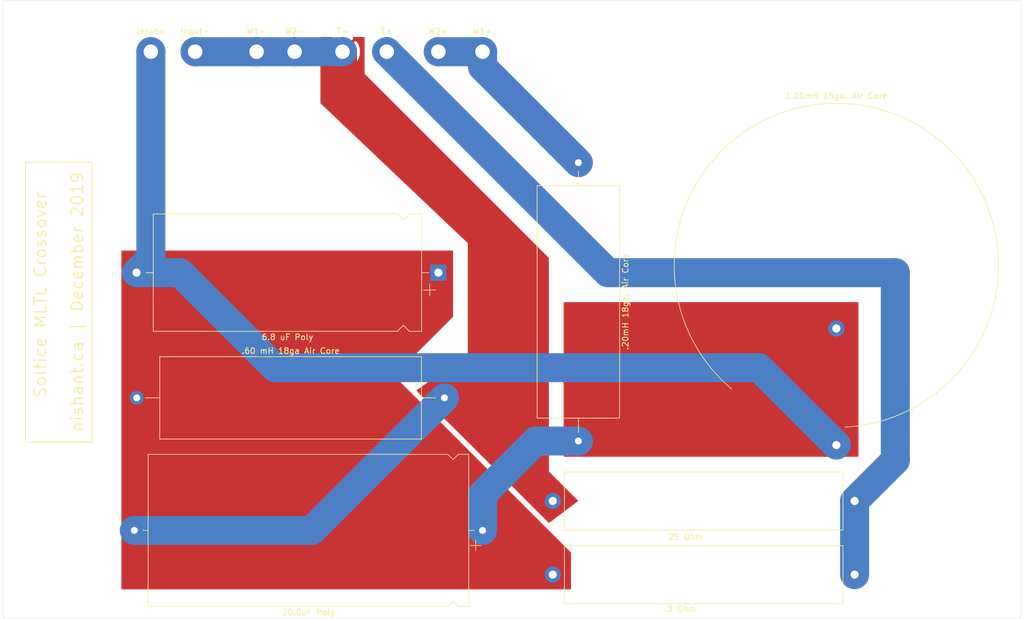
<source format=kicad_pcb>
(kicad_pcb (version 20171130) (host pcbnew "(5.1.4)-1")

  (general
    (thickness 1.6)
    (drawings 10)
    (tracks 38)
    (zones 0)
    (modules 19)
    (nets 7)
  )

  (page A4)
  (layers
    (0 F.Cu signal)
    (31 B.Cu signal)
    (32 B.Adhes user)
    (33 F.Adhes user)
    (34 B.Paste user)
    (35 F.Paste user)
    (36 B.SilkS user)
    (37 F.SilkS user)
    (38 B.Mask user)
    (39 F.Mask user)
    (44 Edge.Cuts user)
    (45 Margin user)
    (46 B.CrtYd user)
    (47 F.CrtYd user)
    (48 B.Fab user)
    (49 F.Fab user)
  )

  (setup
    (last_trace_width 5)
    (user_trace_width 5)
    (trace_clearance 0.2)
    (zone_clearance 0.508)
    (zone_45_only no)
    (trace_min 0.13)
    (via_size 0.8)
    (via_drill 0.4)
    (via_min_size 0.6)
    (via_min_drill 0.3)
    (uvia_size 0.3)
    (uvia_drill 0.1)
    (uvias_allowed no)
    (uvia_min_size 0.2)
    (uvia_min_drill 0.1)
    (edge_width 0.05)
    (segment_width 0.2)
    (pcb_text_width 0.3)
    (pcb_text_size 1.5 1.5)
    (mod_edge_width 0.153)
    (mod_text_size 0.82 0.82)
    (mod_text_width 0.153)
    (pad_size 1.524 1.524)
    (pad_drill 0.762)
    (pad_to_mask_clearance 0.051)
    (solder_mask_min_width 0.25)
    (aux_axis_origin 0 0)
    (visible_elements 7FFFFFFF)
    (pcbplotparams
      (layerselection 0x010fc_ffffffff)
      (usegerberextensions false)
      (usegerberattributes false)
      (usegerberadvancedattributes false)
      (creategerberjobfile false)
      (excludeedgelayer true)
      (linewidth 0.100000)
      (plotframeref false)
      (viasonmask false)
      (mode 1)
      (useauxorigin false)
      (hpglpennumber 1)
      (hpglpenspeed 20)
      (hpglpendiameter 15.000000)
      (psnegative false)
      (psa4output false)
      (plotreference true)
      (plotvalue true)
      (plotinvisibletext false)
      (padsonsilk false)
      (subtractmaskfromsilk false)
      (outputformat 1)
      (mirror false)
      (drillshape 1)
      (scaleselection 1)
      (outputdirectory ""))
  )

  (net 0 "")
  (net 1 "Net-(C1-Pad1)")
  (net 2 "Net-(C1-Pad2)")
  (net 3 "Net-(C2-Pad1)")
  (net 4 "Net-(C2-Pad2)")
  (net 5 "Net-(H5-Pad1)")
  (net 6 "Net-(H9-Pad1)")

  (net_class Default "This is the default net class."
    (clearance 0.2)
    (trace_width 0.25)
    (via_dia 0.8)
    (via_drill 0.4)
    (uvia_dia 0.3)
    (uvia_drill 0.1)
    (add_net "Net-(C1-Pad1)")
    (add_net "Net-(C1-Pad2)")
    (add_net "Net-(C2-Pad1)")
    (add_net "Net-(C2-Pad2)")
    (add_net "Net-(H5-Pad1)")
    (add_net "Net-(H9-Pad1)")
  )

  (module MountingHole:MountingHole_6.4mm_M6 (layer F.Cu) (tedit 56D1B4CB) (tstamp 5DF1D4FE)
    (at 212.09 41.91)
    (descr "Mounting Hole 6.4mm, no annular, M6")
    (tags "mounting hole 6.4mm no annular m6")
    (attr virtual)
    (fp_text reference " " (at 0 -7.4) (layer F.SilkS)
      (effects (font (size 1 1) (thickness 0.15)))
    )
    (fp_text value MountingHole_6.4mm_M6 (at 0 7.4) (layer F.Fab)
      (effects (font (size 1 1) (thickness 0.15)))
    )
    (fp_circle (center 0 0) (end 6.65 0) (layer F.CrtYd) (width 0.05))
    (fp_circle (center 0 0) (end 6.4 0) (layer Cmts.User) (width 0.15))
    (fp_text user %R (at 0.3 1.27) (layer F.Fab)
      (effects (font (size 1 1) (thickness 0.15)))
    )
    (pad 1 np_thru_hole circle (at 0 0) (size 6.4 6.4) (drill 6.4) (layers *.Cu *.Mask))
  )

  (module MountingHole:MountingHole_6.4mm_M6 (layer F.Cu) (tedit 56D1B4CB) (tstamp 5DF1D9E0)
    (at 54.61 129.54)
    (descr "Mounting Hole 6.4mm, no annular, M6")
    (tags "mounting hole 6.4mm no annular m6")
    (attr virtual)
    (fp_text reference " " (at 0 -7.4) (layer F.SilkS)
      (effects (font (size 1 1) (thickness 0.15)))
    )
    (fp_text value MountingHole_6.4mm_M6 (at 0 7.4) (layer F.Fab)
      (effects (font (size 1 1) (thickness 0.15)))
    )
    (fp_circle (center 0 0) (end 6.65 0) (layer F.CrtYd) (width 0.05))
    (fp_circle (center 0 0) (end 6.4 0) (layer Cmts.User) (width 0.15))
    (fp_text user %R (at 0.3 0) (layer F.Fab)
      (effects (font (size 1 1) (thickness 0.15)))
    )
    (pad 1 np_thru_hole circle (at 0 0) (size 6.4 6.4) (drill 6.4) (layers *.Cu *.Mask))
  )

  (module MountingHole:MountingHole_6.4mm_M6 (layer F.Cu) (tedit 56D1B4CB) (tstamp 5DF1D4C4)
    (at 54.61 41.91)
    (descr "Mounting Hole 6.4mm, no annular, M6")
    (tags "mounting hole 6.4mm no annular m6")
    (attr virtual)
    (fp_text reference " " (at 0 -7.4) (layer F.SilkS)
      (effects (font (size 1 1) (thickness 0.15)))
    )
    (fp_text value MountingHole_6.4mm_M6 (at 0 7.4) (layer F.Fab)
      (effects (font (size 1 1) (thickness 0.15)))
    )
    (fp_circle (center 0 0) (end 6.65 0) (layer F.CrtYd) (width 0.05))
    (fp_circle (center 0 0) (end 6.4 0) (layer Cmts.User) (width 0.15))
    (fp_text user %R (at 0.3 0) (layer F.Fab)
      (effects (font (size 1 1) (thickness 0.15)))
    )
    (pad 1 np_thru_hole circle (at 0 0) (size 6.4 6.4) (drill 6.4) (layers *.Cu *.Mask))
  )

  (module MountingHole:MountingHole_6.4mm_M6 (layer F.Cu) (tedit 56D1B4CB) (tstamp 5DF1D6A9)
    (at 212.09 129.54)
    (descr "Mounting Hole 6.4mm, no annular, M6")
    (tags "mounting hole 6.4mm no annular m6")
    (attr virtual)
    (fp_text reference " " (at 0 -7.4) (layer F.SilkS)
      (effects (font (size 1 1) (thickness 0.15)))
    )
    (fp_text value MountingHole_6.4mm_M6 (at 0 7.4) (layer F.Fab)
      (effects (font (size 1 1) (thickness 0.15)))
    )
    (fp_circle (center 0 0) (end 6.65 0) (layer F.CrtYd) (width 0.05))
    (fp_circle (center 0 0) (end 6.4 0) (layer Cmts.User) (width 0.15))
    (fp_text user %R (at 0 0) (layer F.Fab)
      (effects (font (size 1 1) (thickness 0.15)))
    )
    (pad 1 np_thru_hole circle (at 0 0) (size 6.4 6.4) (drill 6.4) (layers *.Cu *.Mask))
  )

  (module Inductor_THT:L_Axial_L30.0mm_D8.0mm_P5.08mm_Vertical_Fastron_77A (layer F.Cu) (tedit 5DF084F6) (tstamp 5DBBC327)
    (at 189.23 78.74 270)
    (descr "Inductor, Axial series, Axial, Vertical, pin pitch=5.08mm, , length*diameter=30*8mm^2, Fastron, 77A, http://cdn-reichelt.de/documents/datenblatt/B400/DS_77A.pdf")
    (tags "Inductor Axial series Axial Vertical pin pitch 5.08mm  length 30mm diameter 8mm Fastron 77A")
    (path /5DB919FB)
    (fp_text reference "1.00mH 15ga. Air Core" (at -29.21 0) (layer F.SilkS)
      (effects (font (size 1 1) (thickness 0.15)))
    )
    (fp_text value "1.00mH 15ga. Air Core" (at 2.54 5.12 270) (layer F.Fab)
      (effects (font (size 1 1) (thickness 0.15)))
    )
    (fp_arc (start 0 0) (end 27.9 -1.52) (angle -316.7) (layer F.SilkS) (width 0.12))
    (fp_circle (center 0 0) (end 28 0) (layer F.Fab) (width 0.1))
    (fp_line (start 12.32 0) (end 29.5 0) (layer F.Fab) (width 0.1))
    (fp_line (start -28.5 -28.5) (end -28.5 28.5) (layer F.CrtYd) (width 0.05))
    (fp_line (start -28.5 28.5) (end 33.5 28.5) (layer F.CrtYd) (width 0.05))
    (fp_line (start 33.5 28.5) (end 33.5 -28.5) (layer F.CrtYd) (width 0.05))
    (fp_line (start 33.5 -28.5) (end -28.5 -28.5) (layer F.CrtYd) (width 0.05))
    (fp_text user %R (at 0 0 270) (layer F.Fab)
      (effects (font (size 1 1) (thickness 0.15)))
    )
    (pad 1 thru_hole circle (at 10.9 0 270) (size 2.8 2.8) (drill 1.4) (layers *.Cu *.Mask)
      (net 3 "Net-(C2-Pad1)"))
    (pad 2 thru_hole oval (at 31 0 270) (size 2.8 2.8) (drill 1.4) (layers *.Cu *.Mask)
      (net 2 "Net-(C1-Pad2)"))
    (model ${KISYS3DMOD}/Inductor_THT.3dshapes/L_Axial_L30.0mm_D8.0mm_P5.08mm_Vertical_Fastron_77A.wrl
      (at (xyz 0 0 0))
      (scale (xyz 1 1 1))
      (rotate (xyz 0 0 0))
    )
  )

  (module Inductor_THT:L_Axial_L29.9mm_D14.0mm_P38.00mm_Horizontal_Vishay_IHA-105 (layer F.Cu) (tedit 5DF07934) (tstamp 5DBBC355)
    (at 144.78 66.04 270)
    (descr "Inductor, Axial series, Axial, Horizontal, pin pitch=38mm, , length*diameter=29.85*13.97mm^2, Vishay, IHA-105, http://www.vishay.com/docs/34014/iha.pdf")
    (tags "Inductor Axial series Axial Horizontal pin pitch 38mm  length 29.85mm diameter 13.97mm Vishay IHA-105")
    (path /5DB9212E)
    (fp_text reference ".20mH 18ga. Air Core" (at 19 -8.105 270) (layer F.SilkS)
      (effects (font (size 1 1) (thickness 0.15)))
    )
    (fp_text value ".20mH 18ga. Air Core" (at 19 8.105 270) (layer F.Fab)
      (effects (font (size 1 1) (thickness 0.15)))
    )
    (fp_line (start -0.925 -6.985) (end -0.925 6.985) (layer F.Fab) (width 0.1))
    (fp_line (start -0.925 6.985) (end 38.925 6.985) (layer F.Fab) (width 0.1))
    (fp_line (start 38.925 6.985) (end 38.925 -6.985) (layer F.Fab) (width 0.1))
    (fp_line (start 38.925 -6.985) (end -0.925 -6.985) (layer F.Fab) (width 0.1))
    (fp_line (start -5 0) (end -0.925 0) (layer F.Fab) (width 0.1))
    (fp_line (start 43 0) (end 38.925 0) (layer F.Fab) (width 0.1))
    (fp_line (start -1.045 -7.105) (end -1.045 7.105) (layer F.SilkS) (width 0.12))
    (fp_line (start -1.045 7.105) (end 39.045 7.105) (layer F.SilkS) (width 0.12))
    (fp_line (start 39.045 7.105) (end 39.045 -7.105) (layer F.SilkS) (width 0.12))
    (fp_line (start 39.045 -7.105) (end -1.045 -7.105) (layer F.SilkS) (width 0.12))
    (fp_line (start -3.56 0) (end -1.045 0) (layer F.SilkS) (width 0.12))
    (fp_line (start 41.56 0) (end 39.045 0) (layer F.SilkS) (width 0.12))
    (fp_line (start -6.45 -7.24) (end -6.45 7.24) (layer F.CrtYd) (width 0.05))
    (fp_line (start -6.45 7.24) (end 44.45 7.24) (layer F.CrtYd) (width 0.05))
    (fp_line (start 44.45 7.24) (end 44.45 -7.24) (layer F.CrtYd) (width 0.05))
    (fp_line (start 44.45 -7.24) (end -6.45 -7.24) (layer F.CrtYd) (width 0.05))
    (fp_text user %R (at 19 0 270) (layer F.Fab)
      (effects (font (size 1 1) (thickness 0.15)))
    )
    (pad 1 thru_hole circle (at -5 0 270) (size 2.4 2.4) (drill 1.2) (layers *.Cu *.Mask)
      (net 5 "Net-(H5-Pad1)"))
    (pad 2 thru_hole oval (at 43 0 270) (size 2.4 2.4) (drill 1.2) (layers *.Cu *.Mask)
      (net 3 "Net-(C2-Pad1)"))
    (model ${KISYS3DMOD}/Inductor_THT.3dshapes/L_Axial_L29.9mm_D14.0mm_P38.00mm_Horizontal_Vishay_IHA-105.wrl
      (at (xyz 0 0 0))
      (scale (xyz 1 1 1))
      (rotate (xyz 0 0 0))
    )
  )

  (module Resistor_THT:R_Box_L26.0mm_W5.0mm_P20.00mm (layer F.Cu) (tedit 5DF076B9) (tstamp 5DBBC368)
    (at 166.37 132.08 180)
    (descr "Resistor, Box series, Radial, pin pitch=20.00mm, 10W, length*width=26.0*5.0mm^2, http://www.produktinfo.conrad.com/datenblaetter/425000-449999/443860-da-01-de-METALLBAND_WIDERSTAND_0_1_OHM_5W_5Pr.pdf")
    (tags "Resistor Box series Radial pin pitch 20.00mm 10W length 26.0mm width 5.0mm")
    (path /5DB940E3)
    (fp_text reference "3 Ohm" (at 3.8 -5.9) (layer F.SilkS)
      (effects (font (size 1 1) (thickness 0.15)))
    )
    (fp_text value "3 Ohm" (at -1.2 -5.9) (layer F.Fab)
      (effects (font (size 1 1) (thickness 0.15)))
    )
    (fp_text user %R (at 3.8 -5.9) (layer F.Fab)
      (effects (font (size 1 1) (thickness 0.15)))
    )
    (fp_line (start 24 -5) (end -24 -5) (layer F.CrtYd) (width 0.05))
    (fp_line (start 24 5) (end 24 -5) (layer F.CrtYd) (width 0.05))
    (fp_line (start -24 5) (end 24 5) (layer F.CrtYd) (width 0.05))
    (fp_line (start -24 -5) (end -24 5) (layer F.CrtYd) (width 0.05))
    (fp_line (start 24 -5) (end 24 5) (layer F.SilkS) (width 0.12))
    (fp_line (start -24 -5) (end -24 5) (layer F.SilkS) (width 0.12))
    (fp_line (start -24 5) (end 24 5) (layer F.SilkS) (width 0.12))
    (fp_line (start -24 -5) (end 24 -5) (layer F.SilkS) (width 0.12))
    (fp_line (start 24 -5) (end -24 -5) (layer F.Fab) (width 0.1))
    (fp_line (start 24 5) (end 24 -5) (layer F.Fab) (width 0.1))
    (fp_line (start -24 5) (end 24 5) (layer F.Fab) (width 0.1))
    (fp_line (start -24 -5) (end -24 5) (layer F.Fab) (width 0.1))
    (pad 2 thru_hole circle (at 26 0 180) (size 2.8 2.8) (drill 1.4) (layers *.Cu *.Mask)
      (net 1 "Net-(C1-Pad1)"))
    (pad 1 thru_hole circle (at -26 0 180) (size 2.8 2.8) (drill 1.4) (layers *.Cu *.Mask)
      (net 6 "Net-(H9-Pad1)"))
    (model ${KISYS3DMOD}/Resistor_THT.3dshapes/R_Box_L26.0mm_W5.0mm_P20.00mm.wrl
      (at (xyz 0 0 0))
      (scale (xyz 1 1 1))
      (rotate (xyz 0 0 0))
    )
  )

  (module Resistor_THT:R_Box_L26.0mm_W5.0mm_P20.00mm (layer F.Cu) (tedit 5DF0765D) (tstamp 5DDF376A)
    (at 166.37 119.38)
    (descr "Resistor, Box series, Radial, pin pitch=20.00mm, 10W, length*width=26.0*5.0mm^2, http://www.produktinfo.conrad.com/datenblaetter/425000-449999/443860-da-01-de-METALLBAND_WIDERSTAND_0_1_OHM_5W_5Pr.pdf")
    (tags "Resistor Box series Radial pin pitch 20.00mm 10W length 26.0mm width 5.0mm")
    (path /5DBC0C77)
    (fp_text reference "25 Ohm" (at -3.1 6.2 180) (layer F.SilkS)
      (effects (font (size 1 1) (thickness 0.15)))
    )
    (fp_text value "25 Ohm" (at 1.8 6.2 180) (layer F.Fab)
      (effects (font (size 1 1) (thickness 0.15)))
    )
    (fp_text user %R (at -3.1 6.2 180) (layer F.Fab)
      (effects (font (size 1 1) (thickness 0.15)))
    )
    (fp_line (start 24 -5) (end -24 -5) (layer F.CrtYd) (width 0.05))
    (fp_line (start 24 5) (end 24 -5) (layer F.CrtYd) (width 0.05))
    (fp_line (start -24 5) (end 24 5) (layer F.CrtYd) (width 0.05))
    (fp_line (start -24 -5) (end -24 5) (layer F.CrtYd) (width 0.05))
    (fp_line (start 24 -5) (end 24 5) (layer F.SilkS) (width 0.12))
    (fp_line (start -24 -5) (end -24 5) (layer F.SilkS) (width 0.12))
    (fp_line (start -24 5) (end 24 5) (layer F.SilkS) (width 0.12))
    (fp_line (start -24 -5) (end 24 -5) (layer F.SilkS) (width 0.12))
    (fp_line (start 24 -5) (end -24 -5) (layer F.Fab) (width 0.1))
    (fp_line (start 24 5) (end 24 -5) (layer F.Fab) (width 0.1))
    (fp_line (start -24 5) (end 24 5) (layer F.Fab) (width 0.1))
    (fp_line (start -24 -5) (end -24 5) (layer F.Fab) (width 0.1))
    (pad 2 thru_hole circle (at 26 0) (size 2.8 2.8) (drill 1.4) (layers *.Cu *.Mask)
      (net 6 "Net-(H9-Pad1)"))
    (pad 1 thru_hole circle (at -26 0) (size 2.8 2.8) (drill 1.4) (layers *.Cu *.Mask)
      (net 4 "Net-(C2-Pad2)"))
    (model ${KISYS3DMOD}/Resistor_THT.3dshapes/R_Box_L26.0mm_W5.0mm_P20.00mm.wrl
      (at (xyz 0 0 0))
      (scale (xyz 1 1 1))
      (rotate (xyz 0 0 0))
    )
  )

  (module Inductor_THT:L_Axial_L29.9mm_D14.0mm_P38.00mm_Horizontal_Vishay_IHA-105 (layer F.Cu) (tedit 5DF072F6) (tstamp 5DBBC33E)
    (at 76.2 101.6)
    (descr "Inductor, Axial series, Axial, Horizontal, pin pitch=38mm, , length*diameter=29.85*13.97mm^2, Vishay, IHA-105, http://www.vishay.com/docs/34014/iha.pdf")
    (tags "Inductor Axial series Axial Horizontal pin pitch 38mm  length 29.85mm diameter 13.97mm Vishay IHA-105")
    (path /5DB92799)
    (fp_text reference ".60 mH 18ga Air Core" (at 19 -8.105 180) (layer F.SilkS)
      (effects (font (size 1 1) (thickness 0.15)))
    )
    (fp_text value ".60 mH 18ga Air Core" (at 19 8.105 180) (layer F.Fab)
      (effects (font (size 1 1) (thickness 0.15)))
    )
    (fp_text user %R (at 19 0 180) (layer F.Fab)
      (effects (font (size 1 1) (thickness 0.15)))
    )
    (fp_line (start 46.95 -7.24) (end -8.95 -7.24) (layer F.CrtYd) (width 0.05))
    (fp_line (start 46.95 7.24) (end 46.95 -7.24) (layer F.CrtYd) (width 0.05))
    (fp_line (start -8.95 7.24) (end 46.95 7.24) (layer F.CrtYd) (width 0.05))
    (fp_line (start -8.95 -7.24) (end -8.95 7.24) (layer F.CrtYd) (width 0.05))
    (fp_line (start 44.06 0) (end 41.545 0) (layer F.SilkS) (width 0.12))
    (fp_line (start -6.06 0) (end -3.545 0) (layer F.SilkS) (width 0.12))
    (fp_line (start 41.545 -7.105) (end -3.545 -7.105) (layer F.SilkS) (width 0.12))
    (fp_line (start 41.545 7.105) (end 41.545 -7.105) (layer F.SilkS) (width 0.12))
    (fp_line (start -3.545 7.105) (end 41.545 7.105) (layer F.SilkS) (width 0.12))
    (fp_line (start -3.545 -7.105) (end -3.545 7.105) (layer F.SilkS) (width 0.12))
    (fp_line (start 45.5 0) (end 41.425 0) (layer F.Fab) (width 0.1))
    (fp_line (start -7.5 0) (end -3.425 0) (layer F.Fab) (width 0.1))
    (fp_line (start 41.425 -6.985) (end -3.425 -6.985) (layer F.Fab) (width 0.1))
    (fp_line (start 41.425 6.985) (end 41.425 -6.985) (layer F.Fab) (width 0.1))
    (fp_line (start -3.425 6.985) (end 41.425 6.985) (layer F.Fab) (width 0.1))
    (fp_line (start -3.425 -6.985) (end -3.425 6.985) (layer F.Fab) (width 0.1))
    (pad 2 thru_hole oval (at 45.5 0) (size 2.4 2.4) (drill 1.2) (layers *.Cu *.Mask)
      (net 4 "Net-(C2-Pad2)"))
    (pad 1 thru_hole circle (at -7.5 0) (size 2.4 2.4) (drill 1.2) (layers *.Cu *.Mask)
      (net 1 "Net-(C1-Pad1)"))
    (model ${KISYS3DMOD}/Inductor_THT.3dshapes/L_Axial_L29.9mm_D14.0mm_P38.00mm_Horizontal_Vishay_IHA-105.wrl
      (at (xyz 0 0 0))
      (scale (xyz 1 1 1))
      (rotate (xyz 0 0 0))
    )
  )

  (module Capacitor_THT:CP_Axial_L46.0mm_D20.0mm_P52.00mm_Horizontal (layer F.Cu) (tedit 5AE50EF2) (tstamp 5DBBC2B2)
    (at 120.65 80.01 180)
    (descr "CP, Axial series, Axial, Horizontal, pin pitch=52mm, , length*diameter=46*20mm^2, Electrolytic Capacitor")
    (tags "CP Axial series Axial Horizontal pin pitch 52mm  length 46mm diameter 20mm Electrolytic Capacitor")
    (path /5DB93B2C)
    (fp_text reference "6.8 uF Poly" (at 26 -11.12) (layer F.SilkS)
      (effects (font (size 1 1) (thickness 0.15)))
    )
    (fp_text value "6.8 uF Poly" (at 26 11.12) (layer F.Fab)
      (effects (font (size 1 1) (thickness 0.15)))
    )
    (fp_line (start 3 -10) (end 3 10) (layer F.Fab) (width 0.1))
    (fp_line (start 49 -10) (end 49 10) (layer F.Fab) (width 0.1))
    (fp_line (start 3 -10) (end 4.98 -10) (layer F.Fab) (width 0.1))
    (fp_line (start 4.98 -10) (end 6.03 -8.95) (layer F.Fab) (width 0.1))
    (fp_line (start 6.03 -8.95) (end 7.08 -10) (layer F.Fab) (width 0.1))
    (fp_line (start 7.08 -10) (end 49 -10) (layer F.Fab) (width 0.1))
    (fp_line (start 3 10) (end 4.98 10) (layer F.Fab) (width 0.1))
    (fp_line (start 4.98 10) (end 6.03 8.95) (layer F.Fab) (width 0.1))
    (fp_line (start 6.03 8.95) (end 7.08 10) (layer F.Fab) (width 0.1))
    (fp_line (start 7.08 10) (end 49 10) (layer F.Fab) (width 0.1))
    (fp_line (start 0 0) (end 3 0) (layer F.Fab) (width 0.1))
    (fp_line (start 52 0) (end 49 0) (layer F.Fab) (width 0.1))
    (fp_line (start 5 0) (end 7.1 0) (layer F.Fab) (width 0.1))
    (fp_line (start 6.05 -1.05) (end 6.05 1.05) (layer F.Fab) (width 0.1))
    (fp_line (start 0.43 -3) (end 2.53 -3) (layer F.SilkS) (width 0.12))
    (fp_line (start 1.48 -4.05) (end 1.48 -1.95) (layer F.SilkS) (width 0.12))
    (fp_line (start 2.88 -10.12) (end 2.88 10.12) (layer F.SilkS) (width 0.12))
    (fp_line (start 49.12 -10.12) (end 49.12 10.12) (layer F.SilkS) (width 0.12))
    (fp_line (start 2.88 -10.12) (end 4.98 -10.12) (layer F.SilkS) (width 0.12))
    (fp_line (start 4.98 -10.12) (end 6.03 -9.07) (layer F.SilkS) (width 0.12))
    (fp_line (start 6.03 -9.07) (end 7.08 -10.12) (layer F.SilkS) (width 0.12))
    (fp_line (start 7.08 -10.12) (end 49.12 -10.12) (layer F.SilkS) (width 0.12))
    (fp_line (start 2.88 10.12) (end 4.98 10.12) (layer F.SilkS) (width 0.12))
    (fp_line (start 4.98 10.12) (end 6.03 9.07) (layer F.SilkS) (width 0.12))
    (fp_line (start 6.03 9.07) (end 7.08 10.12) (layer F.SilkS) (width 0.12))
    (fp_line (start 7.08 10.12) (end 49.12 10.12) (layer F.SilkS) (width 0.12))
    (fp_line (start 1.64 0) (end 2.88 0) (layer F.SilkS) (width 0.12))
    (fp_line (start 50.36 0) (end 49.12 0) (layer F.SilkS) (width 0.12))
    (fp_line (start -1.65 -10.25) (end -1.65 10.25) (layer F.CrtYd) (width 0.05))
    (fp_line (start -1.65 10.25) (end 53.65 10.25) (layer F.CrtYd) (width 0.05))
    (fp_line (start 53.65 10.25) (end 53.65 -10.25) (layer F.CrtYd) (width 0.05))
    (fp_line (start 53.65 -10.25) (end -1.65 -10.25) (layer F.CrtYd) (width 0.05))
    (fp_text user %R (at 26 0) (layer F.Fab)
      (effects (font (size 1 1) (thickness 0.15)))
    )
    (pad 1 thru_hole rect (at 0 0 180) (size 2.8 2.8) (drill 1.4) (layers *.Cu *.Mask)
      (net 1 "Net-(C1-Pad1)"))
    (pad 2 thru_hole oval (at 52 0 180) (size 2.8 2.8) (drill 1.4) (layers *.Cu *.Mask)
      (net 2 "Net-(C1-Pad2)"))
    (model ${KISYS3DMOD}/Capacitor_THT.3dshapes/CP_Axial_L46.0mm_D20.0mm_P52.00mm_Horizontal.wrl
      (at (xyz 0 0 0))
      (scale (xyz 1 1 1))
      (rotate (xyz 0 0 0))
    )
  )

  (module Capacitor_THT:CP_Axial_L55.0mm_D26.0mm_P60.00mm_Horizontal (layer F.Cu) (tedit 5AE50EF2) (tstamp 5DBBC2D9)
    (at 128.27 124.46 180)
    (descr "CP, Axial series, Axial, Horizontal, pin pitch=60mm, , length*diameter=55*26mm^2, Electrolytic Capacitor, , http://www.vishay.com/docs/42037/53d.pdf")
    (tags "CP Axial series Axial Horizontal pin pitch 60mm  length 55mm diameter 26mm Electrolytic Capacitor")
    (path /5DB92EEB)
    (fp_text reference "20.0uF Poly" (at 30 -14.12) (layer F.SilkS)
      (effects (font (size 1 1) (thickness 0.15)))
    )
    (fp_text value "20.0uF Poly" (at 30 14.12) (layer F.Fab)
      (effects (font (size 1 1) (thickness 0.15)))
    )
    (fp_line (start 2.5 -13) (end 2.5 13) (layer F.Fab) (width 0.1))
    (fp_line (start 57.5 -13) (end 57.5 13) (layer F.Fab) (width 0.1))
    (fp_line (start 2.5 -13) (end 4.18 -13) (layer F.Fab) (width 0.1))
    (fp_line (start 4.18 -13) (end 5.08 -12.1) (layer F.Fab) (width 0.1))
    (fp_line (start 5.08 -12.1) (end 5.98 -13) (layer F.Fab) (width 0.1))
    (fp_line (start 5.98 -13) (end 57.5 -13) (layer F.Fab) (width 0.1))
    (fp_line (start 2.5 13) (end 4.18 13) (layer F.Fab) (width 0.1))
    (fp_line (start 4.18 13) (end 5.08 12.1) (layer F.Fab) (width 0.1))
    (fp_line (start 5.08 12.1) (end 5.98 13) (layer F.Fab) (width 0.1))
    (fp_line (start 5.98 13) (end 57.5 13) (layer F.Fab) (width 0.1))
    (fp_line (start 0 0) (end 2.5 0) (layer F.Fab) (width 0.1))
    (fp_line (start 60 0) (end 57.5 0) (layer F.Fab) (width 0.1))
    (fp_line (start 4.2 0) (end 6 0) (layer F.Fab) (width 0.1))
    (fp_line (start 5.1 -0.9) (end 5.1 0.9) (layer F.Fab) (width 0.1))
    (fp_line (start 0.28 -2.6) (end 2.08 -2.6) (layer F.SilkS) (width 0.12))
    (fp_line (start 1.18 -3.5) (end 1.18 -1.7) (layer F.SilkS) (width 0.12))
    (fp_line (start 2.38 -13.12) (end 2.38 13.12) (layer F.SilkS) (width 0.12))
    (fp_line (start 57.62 -13.12) (end 57.62 13.12) (layer F.SilkS) (width 0.12))
    (fp_line (start 2.38 -13.12) (end 4.18 -13.12) (layer F.SilkS) (width 0.12))
    (fp_line (start 4.18 -13.12) (end 5.08 -12.22) (layer F.SilkS) (width 0.12))
    (fp_line (start 5.08 -12.22) (end 5.98 -13.12) (layer F.SilkS) (width 0.12))
    (fp_line (start 5.98 -13.12) (end 57.62 -13.12) (layer F.SilkS) (width 0.12))
    (fp_line (start 2.38 13.12) (end 4.18 13.12) (layer F.SilkS) (width 0.12))
    (fp_line (start 4.18 13.12) (end 5.08 12.22) (layer F.SilkS) (width 0.12))
    (fp_line (start 5.08 12.22) (end 5.98 13.12) (layer F.SilkS) (width 0.12))
    (fp_line (start 5.98 13.12) (end 57.62 13.12) (layer F.SilkS) (width 0.12))
    (fp_line (start 1.44 0) (end 2.38 0) (layer F.SilkS) (width 0.12))
    (fp_line (start 58.56 0) (end 57.62 0) (layer F.SilkS) (width 0.12))
    (fp_line (start -1.45 -13.25) (end -1.45 13.25) (layer F.CrtYd) (width 0.05))
    (fp_line (start -1.45 13.25) (end 61.45 13.25) (layer F.CrtYd) (width 0.05))
    (fp_line (start 61.45 13.25) (end 61.45 -13.25) (layer F.CrtYd) (width 0.05))
    (fp_line (start 61.45 -13.25) (end -1.45 -13.25) (layer F.CrtYd) (width 0.05))
    (fp_text user %R (at 30 0) (layer F.Fab)
      (effects (font (size 1 1) (thickness 0.15)))
    )
    (pad 1 thru_hole rect (at 0 0 180) (size 2.4 2.4) (drill 1.2) (layers *.Cu *.Mask)
      (net 3 "Net-(C2-Pad1)"))
    (pad 2 thru_hole oval (at 60 0 180) (size 2.4 2.4) (drill 1.2) (layers *.Cu *.Mask)
      (net 4 "Net-(C2-Pad2)"))
    (model ${KISYS3DMOD}/Capacitor_THT.3dshapes/CP_Axial_L55.0mm_D26.0mm_P60.00mm_Horizontal.wrl
      (at (xyz 0 0 0))
      (scale (xyz 1 1 1))
      (rotate (xyz 0 0 0))
    )
  )

  (module MountingHole:MountingHole_2.5mm_Pad (layer F.Cu) (tedit 56D1B4CB) (tstamp 5DBBC2E1)
    (at 71.12 41.91)
    (descr "Mounting Hole 2.5mm")
    (tags "mounting hole 2.5mm")
    (path /5DB9290C)
    (attr virtual)
    (fp_text reference Input+ (at 0 -3.5) (layer F.SilkS)
      (effects (font (size 1 1) (thickness 0.15)))
    )
    (fp_text value "Input +" (at 0 3.5) (layer F.Fab)
      (effects (font (size 1 1) (thickness 0.15)))
    )
    (fp_text user %R (at 0.3 0) (layer F.Fab)
      (effects (font (size 1 1) (thickness 0.15)))
    )
    (fp_circle (center 0 0) (end 2.5 0) (layer Cmts.User) (width 0.15))
    (fp_circle (center 0 0) (end 2.75 0) (layer F.CrtYd) (width 0.05))
    (pad 1 thru_hole circle (at 0 0) (size 5 5) (drill 2.5) (layers *.Cu *.Mask)
      (net 2 "Net-(C1-Pad2)"))
  )

  (module MountingHole:MountingHole_2.5mm_Pad (layer F.Cu) (tedit 56D1B4CB) (tstamp 5DBBC2E9)
    (at 78.74 41.91)
    (descr "Mounting Hole 2.5mm")
    (tags "mounting hole 2.5mm")
    (path /5DB936B8)
    (attr virtual)
    (fp_text reference Input- (at 0 -3.5) (layer F.SilkS)
      (effects (font (size 1 1) (thickness 0.15)))
    )
    (fp_text value "Input -" (at 0 3.5) (layer F.Fab)
      (effects (font (size 1 1) (thickness 0.15)))
    )
    (fp_circle (center 0 0) (end 2.75 0) (layer F.CrtYd) (width 0.05))
    (fp_circle (center 0 0) (end 2.5 0) (layer Cmts.User) (width 0.15))
    (fp_text user %R (at 0.3 0) (layer F.Fab)
      (effects (font (size 1 1) (thickness 0.15)))
    )
    (pad 1 thru_hole circle (at 0 0) (size 5 5) (drill 2.5) (layers *.Cu *.Mask)
      (net 4 "Net-(C2-Pad2)"))
  )

  (module MountingHole:MountingHole_2.5mm_Pad (layer F.Cu) (tedit 56D1B4CB) (tstamp 5DBBC2F1)
    (at 128.27 41.91)
    (descr "Mounting Hole 2.5mm")
    (tags "mounting hole 2.5mm")
    (path /5DB97CFD)
    (attr virtual)
    (fp_text reference W1+ (at 0 -3.5) (layer F.SilkS)
      (effects (font (size 1 1) (thickness 0.15)))
    )
    (fp_text value W1+ (at 0 3.5) (layer F.Fab)
      (effects (font (size 1 1) (thickness 0.15)))
    )
    (fp_text user %R (at 0.3 0) (layer F.Fab)
      (effects (font (size 1 1) (thickness 0.15)))
    )
    (fp_circle (center 0 0) (end 2.5 0) (layer Cmts.User) (width 0.15))
    (fp_circle (center 0 0) (end 2.75 0) (layer F.CrtYd) (width 0.05))
    (pad 1 thru_hole circle (at 0 0) (size 5 5) (drill 2.5) (layers *.Cu *.Mask)
      (net 5 "Net-(H5-Pad1)"))
  )

  (module MountingHole:MountingHole_2.5mm_Pad (layer F.Cu) (tedit 56D1B4CB) (tstamp 5DBBC2F9)
    (at 89.335001 41.915001)
    (descr "Mounting Hole 2.5mm")
    (tags "mounting hole 2.5mm")
    (path /5DB98914)
    (attr virtual)
    (fp_text reference W1- (at 0 -3.5) (layer F.SilkS)
      (effects (font (size 1 1) (thickness 0.15)))
    )
    (fp_text value W1- (at 0 3.5) (layer F.Fab)
      (effects (font (size 1 1) (thickness 0.15)))
    )
    (fp_circle (center 0 0) (end 2.75 0) (layer F.CrtYd) (width 0.05))
    (fp_circle (center 0 0) (end 2.5 0) (layer Cmts.User) (width 0.15))
    (fp_text user %R (at 0.3 0) (layer F.Fab)
      (effects (font (size 1 1) (thickness 0.15)))
    )
    (pad 1 thru_hole circle (at 0 0) (size 5 5) (drill 2.5) (layers *.Cu *.Mask)
      (net 4 "Net-(C2-Pad2)"))
  )

  (module MountingHole:MountingHole_2.5mm_Pad (layer F.Cu) (tedit 56D1B4CB) (tstamp 5DBBC301)
    (at 120.65 41.91)
    (descr "Mounting Hole 2.5mm")
    (tags "mounting hole 2.5mm")
    (path /5DB98FDB)
    (attr virtual)
    (fp_text reference W2+ (at 0 -3.5) (layer F.SilkS)
      (effects (font (size 1 1) (thickness 0.15)))
    )
    (fp_text value W2+ (at 0 3.5) (layer F.Fab)
      (effects (font (size 1 1) (thickness 0.15)))
    )
    (fp_text user %R (at 0.3 0) (layer F.Fab)
      (effects (font (size 1 1) (thickness 0.15)))
    )
    (fp_circle (center 0 0) (end 2.5 0) (layer Cmts.User) (width 0.15))
    (fp_circle (center 0 0) (end 2.75 0) (layer F.CrtYd) (width 0.05))
    (pad 1 thru_hole circle (at 0 0) (size 5 5) (drill 2.5) (layers *.Cu *.Mask)
      (net 5 "Net-(H5-Pad1)"))
  )

  (module MountingHole:MountingHole_2.5mm_Pad (layer F.Cu) (tedit 56D1B4CB) (tstamp 5DBBC309)
    (at 95.885001 41.915001)
    (descr "Mounting Hole 2.5mm")
    (tags "mounting hole 2.5mm")
    (path /5DB9A598)
    (attr virtual)
    (fp_text reference W2- (at 0 -3.5) (layer F.SilkS)
      (effects (font (size 1 1) (thickness 0.15)))
    )
    (fp_text value W2- (at 0 3.5) (layer F.Fab)
      (effects (font (size 1 1) (thickness 0.15)))
    )
    (fp_circle (center 0 0) (end 2.75 0) (layer F.CrtYd) (width 0.05))
    (fp_circle (center 0 0) (end 2.5 0) (layer Cmts.User) (width 0.15))
    (fp_text user %R (at 0.3 0) (layer F.Fab)
      (effects (font (size 1 1) (thickness 0.15)))
    )
    (pad 1 thru_hole circle (at 0 0) (size 5 5) (drill 2.5) (layers *.Cu *.Mask)
      (net 4 "Net-(C2-Pad2)"))
  )

  (module MountingHole:MountingHole_2.5mm_Pad (layer F.Cu) (tedit 56D1B4CB) (tstamp 5DBBC311)
    (at 111.76 41.91)
    (descr "Mounting Hole 2.5mm")
    (tags "mounting hole 2.5mm")
    (path /5DB9ACD0)
    (attr virtual)
    (fp_text reference T+ (at 0 -3.5) (layer F.SilkS)
      (effects (font (size 1 1) (thickness 0.15)))
    )
    (fp_text value T+ (at 0 3.5) (layer F.Fab)
      (effects (font (size 1 1) (thickness 0.15)))
    )
    (fp_text user %R (at 0.3 0) (layer F.Fab)
      (effects (font (size 1 1) (thickness 0.15)))
    )
    (fp_circle (center 0 0) (end 2.5 0) (layer Cmts.User) (width 0.15))
    (fp_circle (center 0 0) (end 2.75 0) (layer F.CrtYd) (width 0.05))
    (pad 1 thru_hole circle (at 0 0) (size 5 5) (drill 2.5) (layers *.Cu *.Mask)
      (net 6 "Net-(H9-Pad1)"))
  )

  (module MountingHole:MountingHole_2.5mm_Pad (layer F.Cu) (tedit 56D1B4CB) (tstamp 5DBBC319)
    (at 104.14 41.91)
    (descr "Mounting Hole 2.5mm")
    (tags "mounting hole 2.5mm")
    (path /5DB9B418)
    (attr virtual)
    (fp_text reference T- (at 0 -3.51) (layer F.SilkS)
      (effects (font (size 1 1) (thickness 0.15)))
    )
    (fp_text value T- (at 0 3.5) (layer F.Fab)
      (effects (font (size 1 1) (thickness 0.15)))
    )
    (fp_circle (center 0 0) (end 2.75 0) (layer F.CrtYd) (width 0.05))
    (fp_circle (center 0 0) (end 2.5 0) (layer Cmts.User) (width 0.15))
    (fp_text user %R (at 0.3 0) (layer F.Fab)
      (effects (font (size 1 1) (thickness 0.15)))
    )
    (pad 1 thru_hole circle (at 0 0) (size 5 5) (drill 2.5) (layers *.Cu *.Mask)
      (net 4 "Net-(C2-Pad2)"))
  )

  (gr_line (start 60.96 60.96) (end 60.96 109.22) (layer F.SilkS) (width 0.153) (tstamp 5DF1E97A))
  (gr_line (start 49.53 60.96) (end 60.96 60.96) (layer F.SilkS) (width 0.153))
  (gr_line (start 49.53 109.22) (end 49.53 60.96) (layer F.SilkS) (width 0.153))
  (gr_line (start 60.96 109.22) (end 49.53 109.22) (layer F.SilkS) (width 0.153))
  (gr_text "Soltice MLTL Crossover" (at 52.07 83.82 90) (layer F.SilkS) (tstamp 5DF1E95A)
    (effects (font (size 2.032 2.032) (thickness 0.2032)))
  )
  (gr_line (start 45.72 139.7) (end 45.72 33.02) (layer Edge.Cuts) (width 0.05) (tstamp 5DF1E8A1))
  (gr_line (start 220.98 139.7) (end 45.72 139.7) (layer Edge.Cuts) (width 0.05))
  (gr_line (start 220.98 33.02) (end 220.98 139.7) (layer Edge.Cuts) (width 0.05))
  (gr_line (start 45.72 33.02) (end 220.98 33.02) (layer Edge.Cuts) (width 0.05))
  (gr_text "nishant.ca | December 2019" (at 58.42 85.09 90) (layer F.SilkS)
    (effects (font (size 2.032 2.032) (thickness 0.2032)))
  )

  (segment (start 120.65 86.41) (end 120.65 80.01) (width 5) (layer F.Cu) (net 1))
  (segment (start 105.46 101.6) (end 120.65 86.41) (width 5) (layer F.Cu) (net 1))
  (segment (start 68.7 101.6) (end 105.46 101.6) (width 5) (layer F.Cu) (net 1))
  (segment (start 112.670002 101.6) (end 105.46 101.6) (width 5) (layer F.Cu) (net 1))
  (segment (start 140.37 129.299998) (end 112.670002 101.6) (width 5) (layer F.Cu) (net 1))
  (segment (start 140.37 132.08) (end 140.37 129.299998) (width 5) (layer F.Cu) (net 1))
  (segment (start 175.889991 96.399991) (end 92.519991 96.399991) (width 5) (layer B.Cu) (net 2))
  (segment (start 189.23 109.74) (end 175.889991 96.399991) (width 5) (layer B.Cu) (net 2))
  (segment (start 71.12 77.54) (end 68.65 80.01) (width 5) (layer B.Cu) (net 2))
  (segment (start 71.12 41.91) (end 71.12 77.54) (width 5) (layer B.Cu) (net 2))
  (segment (start 76.13 80.01) (end 92.519991 96.399991) (width 5) (layer B.Cu) (net 2))
  (segment (start 68.65 80.01) (end 76.13 80.01) (width 5) (layer B.Cu) (net 2))
  (segment (start 137.49 109.04) (end 144.78 109.04) (width 5) (layer B.Cu) (net 3))
  (segment (start 128.27 124.46) (end 128.27 118.26) (width 5) (layer B.Cu) (net 3))
  (segment (start 128.27 118.26) (end 137.49 109.04) (width 5) (layer B.Cu) (net 3))
  (segment (start 169.83 109.04) (end 189.23 89.64) (width 5) (layer F.Cu) (net 3))
  (segment (start 144.78 109.04) (end 169.83 109.04) (width 5) (layer F.Cu) (net 3))
  (segment (start 98.84 124.46) (end 121.7 101.6) (width 5) (layer B.Cu) (net 4))
  (segment (start 68.27 124.46) (end 98.84 124.46) (width 5) (layer B.Cu) (net 4))
  (segment (start 89.335001 41.915001) (end 95.885001 41.915001) (width 5) (layer B.Cu) (net 4))
  (segment (start 104.134999 41.915001) (end 104.14 41.91) (width 5) (layer B.Cu) (net 4))
  (segment (start 95.885001 41.915001) (end 104.134999 41.915001) (width 5) (layer B.Cu) (net 4))
  (segment (start 128.27 95.03) (end 121.7 101.6) (width 5) (layer F.Cu) (net 4))
  (segment (start 128.27 72.39) (end 128.27 95.03) (width 5) (layer F.Cu) (net 4))
  (segment (start 104.14 48.26) (end 128.27 72.39) (width 5) (layer F.Cu) (net 4))
  (segment (start 104.14 41.91) (end 104.14 48.26) (width 5) (layer F.Cu) (net 4))
  (segment (start 139.48 119.38) (end 121.7 101.6) (width 5) (layer F.Cu) (net 4))
  (segment (start 140.37 119.38) (end 139.48 119.38) (width 5) (layer F.Cu) (net 4))
  (segment (start 89.33 41.91) (end 89.335001 41.915001) (width 5) (layer B.Cu) (net 4))
  (segment (start 78.74 41.91) (end 89.33 41.91) (width 5) (layer B.Cu) (net 4))
  (segment (start 120.65 41.91) (end 128.27 41.91) (width 5) (layer B.Cu) (net 5))
  (segment (start 128.27 44.53) (end 144.78 61.04) (width 5) (layer B.Cu) (net 5))
  (segment (start 128.27 41.91) (end 128.27 44.53) (width 5) (layer B.Cu) (net 5))
  (segment (start 149.86 80.01) (end 199.39 80.01) (width 5) (layer B.Cu) (net 6))
  (segment (start 111.76 41.91) (end 149.86 80.01) (width 5) (layer B.Cu) (net 6))
  (segment (start 192.37 132.08) (end 192.37 119.38) (width 5) (layer B.Cu) (net 6))
  (segment (start 199.39 112.36) (end 192.37 119.38) (width 5) (layer B.Cu) (net 6))
  (segment (start 199.39 80.01) (end 199.39 112.36) (width 5) (layer B.Cu) (net 6))

  (zone (net 1) (net_name "Net-(C1-Pad1)") (layer F.Cu) (tstamp 0) (hatch edge 0.508)
    (connect_pads (clearance 0.508))
    (min_thickness 0.254)
    (fill yes (arc_segments 32) (thermal_gap 0.508) (thermal_bridge_width 0.508))
    (polygon
      (pts
        (xy 143.51 134.62) (xy 137.16 134.62) (xy 66.04 134.62) (xy 66.04 76.2) (xy 116.84 76.2)
        (xy 123.19 76.2) (xy 123.19 87.63) (xy 113.03 97.79) (xy 143.51 128.27)
      )
    )
    (filled_polygon
      (pts
        (xy 123.063 87.577394) (xy 112.940197 97.700197) (xy 112.924403 97.719443) (xy 112.912667 97.741399) (xy 112.90544 97.765224)
        (xy 112.903 97.79) (xy 112.90544 97.814776) (xy 112.912667 97.838601) (xy 112.924403 97.860557) (xy 112.940197 97.879803)
        (xy 143.383 128.322606) (xy 143.383 134.493) (xy 66.167 134.493) (xy 66.167 133.500447) (xy 139.129158 133.500447)
        (xy 139.273135 133.80577) (xy 139.630892 133.986597) (xy 140.017053 134.094155) (xy 140.416777 134.12431) (xy 140.814704 134.075904)
        (xy 141.19554 133.950795) (xy 141.466865 133.80577) (xy 141.610842 133.500447) (xy 140.37 132.259605) (xy 139.129158 133.500447)
        (xy 66.167 133.500447) (xy 66.167 132.126777) (xy 138.32569 132.126777) (xy 138.374096 132.524704) (xy 138.499205 132.90554)
        (xy 138.64423 133.176865) (xy 138.949553 133.320842) (xy 140.190395 132.08) (xy 140.549605 132.08) (xy 141.790447 133.320842)
        (xy 142.09577 133.176865) (xy 142.276597 132.819108) (xy 142.384155 132.432947) (xy 142.41431 132.033223) (xy 142.365904 131.635296)
        (xy 142.240795 131.25446) (xy 142.09577 130.983135) (xy 141.790447 130.839158) (xy 140.549605 132.08) (xy 140.190395 132.08)
        (xy 138.949553 130.839158) (xy 138.64423 130.983135) (xy 138.463403 131.340892) (xy 138.355845 131.727053) (xy 138.32569 132.126777)
        (xy 66.167 132.126777) (xy 66.167 130.659553) (xy 139.129158 130.659553) (xy 140.37 131.900395) (xy 141.610842 130.659553)
        (xy 141.466865 130.35423) (xy 141.109108 130.173403) (xy 140.722947 130.065845) (xy 140.323223 130.03569) (xy 139.925296 130.084096)
        (xy 139.54446 130.209205) (xy 139.273135 130.35423) (xy 139.129158 130.659553) (xy 66.167 130.659553) (xy 66.167 124.46)
        (xy 66.426122 124.46) (xy 66.461552 124.819723) (xy 66.566479 125.165622) (xy 66.736871 125.484404) (xy 66.966181 125.763819)
        (xy 67.245596 125.993129) (xy 67.564378 126.163521) (xy 67.910277 126.268448) (xy 68.179861 126.295) (xy 68.360139 126.295)
        (xy 68.629723 126.268448) (xy 68.975622 126.163521) (xy 69.294404 125.993129) (xy 69.573819 125.763819) (xy 69.803129 125.484404)
        (xy 69.973521 125.165622) (xy 70.078448 124.819723) (xy 70.113878 124.46) (xy 70.078448 124.100277) (xy 69.973521 123.754378)
        (xy 69.803129 123.435596) (xy 69.659022 123.26) (xy 126.431928 123.26) (xy 126.431928 125.66) (xy 126.444188 125.784482)
        (xy 126.480498 125.90418) (xy 126.539463 126.014494) (xy 126.618815 126.111185) (xy 126.715506 126.190537) (xy 126.82582 126.249502)
        (xy 126.945518 126.285812) (xy 127.07 126.298072) (xy 129.47 126.298072) (xy 129.594482 126.285812) (xy 129.71418 126.249502)
        (xy 129.824494 126.190537) (xy 129.921185 126.111185) (xy 130.000537 126.014494) (xy 130.059502 125.90418) (xy 130.095812 125.784482)
        (xy 130.108072 125.66) (xy 130.108072 123.26) (xy 130.095812 123.135518) (xy 130.059502 123.01582) (xy 130.000537 122.905506)
        (xy 129.921185 122.808815) (xy 129.824494 122.729463) (xy 129.71418 122.670498) (xy 129.594482 122.634188) (xy 129.47 122.621928)
        (xy 127.07 122.621928) (xy 126.945518 122.634188) (xy 126.82582 122.670498) (xy 126.715506 122.729463) (xy 126.618815 122.808815)
        (xy 126.539463 122.905506) (xy 126.480498 123.01582) (xy 126.444188 123.135518) (xy 126.431928 123.26) (xy 69.659022 123.26)
        (xy 69.573819 123.156181) (xy 69.294404 122.926871) (xy 68.975622 122.756479) (xy 68.629723 122.651552) (xy 68.360139 122.625)
        (xy 68.179861 122.625) (xy 67.910277 122.651552) (xy 67.564378 122.756479) (xy 67.245596 122.926871) (xy 66.966181 123.156181)
        (xy 66.736871 123.435596) (xy 66.566479 123.754378) (xy 66.461552 124.100277) (xy 66.426122 124.46) (xy 66.167 124.46)
        (xy 66.167 102.87798) (xy 67.601626 102.87798) (xy 67.721514 103.162836) (xy 68.04521 103.323699) (xy 68.394069 103.418322)
        (xy 68.754684 103.443067) (xy 69.113198 103.396985) (xy 69.455833 103.281846) (xy 69.678486 103.162836) (xy 69.798374 102.87798)
        (xy 68.7 101.779605) (xy 67.601626 102.87798) (xy 66.167 102.87798) (xy 66.167 101.654684) (xy 66.856933 101.654684)
        (xy 66.903015 102.013198) (xy 67.018154 102.355833) (xy 67.137164 102.578486) (xy 67.42202 102.698374) (xy 68.520395 101.6)
        (xy 68.879605 101.6) (xy 69.97798 102.698374) (xy 70.262836 102.578486) (xy 70.423699 102.25479) (xy 70.518322 101.905931)
        (xy 70.543067 101.545316) (xy 70.496985 101.186802) (xy 70.381846 100.844167) (xy 70.262836 100.621514) (xy 69.97798 100.501626)
        (xy 68.879605 101.6) (xy 68.520395 101.6) (xy 67.42202 100.501626) (xy 67.137164 100.621514) (xy 66.976301 100.94521)
        (xy 66.881678 101.294069) (xy 66.856933 101.654684) (xy 66.167 101.654684) (xy 66.167 100.32202) (xy 67.601626 100.32202)
        (xy 68.7 101.420395) (xy 69.798374 100.32202) (xy 69.678486 100.037164) (xy 69.35479 99.876301) (xy 69.005931 99.781678)
        (xy 68.645316 99.756933) (xy 68.286802 99.803015) (xy 67.944167 99.918154) (xy 67.721514 100.037164) (xy 67.601626 100.32202)
        (xy 66.167 100.32202) (xy 66.167 80.01) (xy 66.605154 80.01) (xy 66.644445 80.40893) (xy 66.760809 80.792529)
        (xy 66.949773 81.146056) (xy 67.204076 81.455924) (xy 67.513944 81.710227) (xy 67.867471 81.899191) (xy 68.25107 82.015555)
        (xy 68.550031 82.045) (xy 68.749969 82.045) (xy 69.04893 82.015555) (xy 69.432529 81.899191) (xy 69.786056 81.710227)
        (xy 70.095924 81.455924) (xy 70.133612 81.41) (xy 118.611928 81.41) (xy 118.624188 81.534482) (xy 118.660498 81.65418)
        (xy 118.719463 81.764494) (xy 118.798815 81.861185) (xy 118.895506 81.940537) (xy 119.00582 81.999502) (xy 119.125518 82.035812)
        (xy 119.25 82.048072) (xy 120.36425 82.045) (xy 120.523 81.88625) (xy 120.523 80.137) (xy 120.777 80.137)
        (xy 120.777 81.88625) (xy 120.93575 82.045) (xy 122.05 82.048072) (xy 122.174482 82.035812) (xy 122.29418 81.999502)
        (xy 122.404494 81.940537) (xy 122.501185 81.861185) (xy 122.580537 81.764494) (xy 122.639502 81.65418) (xy 122.675812 81.534482)
        (xy 122.688072 81.41) (xy 122.685 80.29575) (xy 122.52625 80.137) (xy 120.777 80.137) (xy 120.523 80.137)
        (xy 118.77375 80.137) (xy 118.615 80.29575) (xy 118.611928 81.41) (xy 70.133612 81.41) (xy 70.350227 81.146056)
        (xy 70.539191 80.792529) (xy 70.655555 80.40893) (xy 70.694846 80.01) (xy 70.655555 79.61107) (xy 70.539191 79.227471)
        (xy 70.350227 78.873944) (xy 70.133613 78.61) (xy 118.611928 78.61) (xy 118.615 79.72425) (xy 118.77375 79.883)
        (xy 120.523 79.883) (xy 120.523 78.13375) (xy 120.777 78.13375) (xy 120.777 79.883) (xy 122.52625 79.883)
        (xy 122.685 79.72425) (xy 122.688072 78.61) (xy 122.675812 78.485518) (xy 122.639502 78.36582) (xy 122.580537 78.255506)
        (xy 122.501185 78.158815) (xy 122.404494 78.079463) (xy 122.29418 78.020498) (xy 122.174482 77.984188) (xy 122.05 77.971928)
        (xy 120.93575 77.975) (xy 120.777 78.13375) (xy 120.523 78.13375) (xy 120.36425 77.975) (xy 119.25 77.971928)
        (xy 119.125518 77.984188) (xy 119.00582 78.020498) (xy 118.895506 78.079463) (xy 118.798815 78.158815) (xy 118.719463 78.255506)
        (xy 118.660498 78.36582) (xy 118.624188 78.485518) (xy 118.611928 78.61) (xy 70.133613 78.61) (xy 70.095924 78.564076)
        (xy 69.786056 78.309773) (xy 69.432529 78.120809) (xy 69.04893 78.004445) (xy 68.749969 77.975) (xy 68.550031 77.975)
        (xy 68.25107 78.004445) (xy 67.867471 78.120809) (xy 67.513944 78.309773) (xy 67.204076 78.564076) (xy 66.949773 78.873944)
        (xy 66.760809 79.227471) (xy 66.644445 79.61107) (xy 66.605154 80.01) (xy 66.167 80.01) (xy 66.167 76.327)
        (xy 123.063 76.327)
      )
    )
  )
  (zone (net 4) (net_name "Net-(C2-Pad2)") (layer F.Cu) (tstamp 0) (hatch edge 0.508)
    (connect_pads (clearance 0.508))
    (min_thickness 0.254)
    (fill yes (arc_segments 32) (thermal_gap 0.508) (thermal_bridge_width 0.508))
    (polygon
      (pts
        (xy 100.33 39.37) (xy 107.95 39.37) (xy 107.95 45.72) (xy 139.7 77.47) (xy 139.7 114.3)
        (xy 144.78 119.38) (xy 139.7 123.19) (xy 116.84 100.33) (xy 125.73 93.98) (xy 125.73 74.93)
        (xy 100.33 50.8)
      )
    )
    (filled_polygon
      (pts
        (xy 102.116457 39.706852) (xy 104.14 41.730395) (xy 106.163543 39.706852) (xy 106.024885 39.497) (xy 107.823 39.497)
        (xy 107.823 45.72) (xy 107.82544 45.744776) (xy 107.832667 45.768601) (xy 107.844403 45.790557) (xy 107.860197 45.809803)
        (xy 139.573 77.522606) (xy 139.573 114.3) (xy 139.57544 114.324776) (xy 139.582667 114.348601) (xy 139.594403 114.370557)
        (xy 139.610197 114.389803) (xy 144.586654 119.36626) (xy 139.711918 123.022312) (xy 137.490053 120.800447) (xy 139.129158 120.800447)
        (xy 139.273135 121.10577) (xy 139.630892 121.286597) (xy 140.017053 121.394155) (xy 140.416777 121.42431) (xy 140.814704 121.375904)
        (xy 141.19554 121.250795) (xy 141.466865 121.10577) (xy 141.610842 120.800447) (xy 140.37 119.559605) (xy 139.129158 120.800447)
        (xy 137.490053 120.800447) (xy 136.116383 119.426777) (xy 138.32569 119.426777) (xy 138.374096 119.824704) (xy 138.499205 120.20554)
        (xy 138.64423 120.476865) (xy 138.949553 120.620842) (xy 140.190395 119.38) (xy 140.549605 119.38) (xy 141.790447 120.620842)
        (xy 142.09577 120.476865) (xy 142.276597 120.119108) (xy 142.384155 119.732947) (xy 142.41431 119.333223) (xy 142.365904 118.935296)
        (xy 142.240795 118.55446) (xy 142.09577 118.283135) (xy 141.790447 118.139158) (xy 140.549605 119.38) (xy 140.190395 119.38)
        (xy 138.949553 118.139158) (xy 138.64423 118.283135) (xy 138.463403 118.640892) (xy 138.355845 119.027053) (xy 138.32569 119.426777)
        (xy 136.116383 119.426777) (xy 134.649159 117.959553) (xy 139.129158 117.959553) (xy 140.37 119.200395) (xy 141.610842 117.959553)
        (xy 141.466865 117.65423) (xy 141.109108 117.473403) (xy 140.722947 117.365845) (xy 140.323223 117.33569) (xy 139.925296 117.384096)
        (xy 139.54446 117.509205) (xy 139.273135 117.65423) (xy 139.129158 117.959553) (xy 134.649159 117.959553) (xy 118.701411 102.011805)
        (xy 119.911805 102.011805) (xy 119.984379 102.251066) (xy 120.144361 102.573257) (xy 120.364125 102.858046) (xy 120.635226 103.094489)
        (xy 120.947246 103.2735) (xy 121.288194 103.388199) (xy 121.573 103.271854) (xy 121.573 101.727) (xy 121.827 101.727)
        (xy 121.827 103.271854) (xy 122.111806 103.388199) (xy 122.452754 103.2735) (xy 122.764774 103.094489) (xy 123.035875 102.858046)
        (xy 123.255639 102.573257) (xy 123.415621 102.251066) (xy 123.488195 102.011805) (xy 123.371432 101.727) (xy 121.827 101.727)
        (xy 121.573 101.727) (xy 120.028568 101.727) (xy 119.911805 102.011805) (xy 118.701411 102.011805) (xy 117.877801 101.188195)
        (xy 119.911805 101.188195) (xy 120.028568 101.473) (xy 121.573 101.473) (xy 121.573 99.928146) (xy 121.827 99.928146)
        (xy 121.827 101.473) (xy 123.371432 101.473) (xy 123.488195 101.188195) (xy 123.415621 100.948934) (xy 123.255639 100.626743)
        (xy 123.035875 100.341954) (xy 122.764774 100.105511) (xy 122.452754 99.9265) (xy 122.111806 99.811801) (xy 121.827 99.928146)
        (xy 121.573 99.928146) (xy 121.288194 99.811801) (xy 120.947246 99.9265) (xy 120.635226 100.105511) (xy 120.364125 100.341954)
        (xy 120.144361 100.626743) (xy 119.984379 100.948934) (xy 119.911805 101.188195) (xy 117.877801 101.188195) (xy 117.035811 100.346205)
        (xy 125.803817 94.083344) (xy 125.82256 94.066957) (xy 125.837746 94.047229) (xy 125.848792 94.024917) (xy 125.855272 94.000879)
        (xy 125.857 93.98) (xy 125.857 74.93) (xy 125.85456 74.905224) (xy 125.847333 74.881399) (xy 125.835597 74.859443)
        (xy 125.817471 74.837925) (xy 100.457 50.745478) (xy 100.457 44.113148) (xy 102.116457 44.113148) (xy 102.392627 44.531118)
        (xy 102.937557 44.821649) (xy 103.528696 45.000287) (xy 104.143328 45.060168) (xy 104.757831 44.99899) (xy 105.348592 44.819103)
        (xy 105.887373 44.531118) (xy 106.163543 44.113148) (xy 104.14 42.089605) (xy 102.116457 44.113148) (xy 100.457 44.113148)
        (xy 100.457 41.913328) (xy 100.989832 41.913328) (xy 101.05101 42.527831) (xy 101.230897 43.118592) (xy 101.518882 43.657373)
        (xy 101.936852 43.933543) (xy 103.960395 41.91) (xy 104.319605 41.91) (xy 106.343148 43.933543) (xy 106.761118 43.657373)
        (xy 107.051649 43.112443) (xy 107.230287 42.521304) (xy 107.290168 41.906672) (xy 107.22899 41.292169) (xy 107.049103 40.701408)
        (xy 106.761118 40.162627) (xy 106.343148 39.886457) (xy 104.319605 41.91) (xy 103.960395 41.91) (xy 101.936852 39.886457)
        (xy 101.518882 40.162627) (xy 101.228351 40.707557) (xy 101.049713 41.298696) (xy 100.989832 41.913328) (xy 100.457 41.913328)
        (xy 100.457 39.497) (xy 102.255115 39.497)
      )
    )
  )
  (zone (net 3) (net_name "Net-(C2-Pad1)") (layer F.Cu) (tstamp 0) (hatch edge 0.508)
    (connect_pads (clearance 0.508))
    (min_thickness 0.254)
    (fill yes (arc_segments 32) (thermal_gap 0.508) (thermal_bridge_width 0.508))
    (polygon
      (pts
        (xy 193.04 91.44) (xy 193.04 85.09) (xy 185.42 85.09) (xy 142.24 85.09) (xy 142.24 111.76)
        (xy 193.04 111.76)
      )
    )
    (filled_polygon
      (pts
        (xy 192.913 111.633) (xy 189.999972 111.633) (xy 190.012529 111.629191) (xy 190.366056 111.440227) (xy 190.675924 111.185924)
        (xy 190.930227 110.876056) (xy 191.119191 110.522529) (xy 191.235555 110.13893) (xy 191.274846 109.74) (xy 191.235555 109.34107)
        (xy 191.119191 108.957471) (xy 190.930227 108.603944) (xy 190.675924 108.294076) (xy 190.366056 108.039773) (xy 190.012529 107.850809)
        (xy 189.62893 107.734445) (xy 189.329969 107.705) (xy 189.130031 107.705) (xy 188.83107 107.734445) (xy 188.447471 107.850809)
        (xy 188.093944 108.039773) (xy 187.784076 108.294076) (xy 187.529773 108.603944) (xy 187.340809 108.957471) (xy 187.224445 109.34107)
        (xy 187.185154 109.74) (xy 187.224445 110.13893) (xy 187.340809 110.522529) (xy 187.529773 110.876056) (xy 187.784076 111.185924)
        (xy 188.093944 111.440227) (xy 188.447471 111.629191) (xy 188.460028 111.633) (xy 142.367 111.633) (xy 142.367 109.451806)
        (xy 142.991801 109.451806) (xy 143.1065 109.792754) (xy 143.285511 110.104774) (xy 143.521954 110.375875) (xy 143.806743 110.595639)
        (xy 144.128934 110.755621) (xy 144.368195 110.828195) (xy 144.653 110.711432) (xy 144.653 109.167) (xy 144.907 109.167)
        (xy 144.907 110.711432) (xy 145.191805 110.828195) (xy 145.431066 110.755621) (xy 145.753257 110.595639) (xy 146.038046 110.375875)
        (xy 146.274489 110.104774) (xy 146.4535 109.792754) (xy 146.568199 109.451806) (xy 146.451854 109.167) (xy 144.907 109.167)
        (xy 144.653 109.167) (xy 143.108146 109.167) (xy 142.991801 109.451806) (xy 142.367 109.451806) (xy 142.367 108.628194)
        (xy 142.991801 108.628194) (xy 143.108146 108.913) (xy 144.653 108.913) (xy 144.653 107.368568) (xy 144.907 107.368568)
        (xy 144.907 108.913) (xy 146.451854 108.913) (xy 146.568199 108.628194) (xy 146.4535 108.287246) (xy 146.274489 107.975226)
        (xy 146.038046 107.704125) (xy 145.753257 107.484361) (xy 145.431066 107.324379) (xy 145.191805 107.251805) (xy 144.907 107.368568)
        (xy 144.653 107.368568) (xy 144.368195 107.251805) (xy 144.128934 107.324379) (xy 143.806743 107.484361) (xy 143.521954 107.704125)
        (xy 143.285511 107.975226) (xy 143.1065 108.287246) (xy 142.991801 108.628194) (xy 142.367 108.628194) (xy 142.367 91.060447)
        (xy 187.989158 91.060447) (xy 188.133135 91.36577) (xy 188.490892 91.546597) (xy 188.877053 91.654155) (xy 189.276777 91.68431)
        (xy 189.674704 91.635904) (xy 190.05554 91.510795) (xy 190.326865 91.36577) (xy 190.470842 91.060447) (xy 189.23 89.819605)
        (xy 187.989158 91.060447) (xy 142.367 91.060447) (xy 142.367 89.686777) (xy 187.18569 89.686777) (xy 187.234096 90.084704)
        (xy 187.359205 90.46554) (xy 187.50423 90.736865) (xy 187.809553 90.880842) (xy 189.050395 89.64) (xy 189.409605 89.64)
        (xy 190.650447 90.880842) (xy 190.95577 90.736865) (xy 191.136597 90.379108) (xy 191.244155 89.992947) (xy 191.27431 89.593223)
        (xy 191.225904 89.195296) (xy 191.100795 88.81446) (xy 190.95577 88.543135) (xy 190.650447 88.399158) (xy 189.409605 89.64)
        (xy 189.050395 89.64) (xy 187.809553 88.399158) (xy 187.50423 88.543135) (xy 187.323403 88.900892) (xy 187.215845 89.287053)
        (xy 187.18569 89.686777) (xy 142.367 89.686777) (xy 142.367 88.219553) (xy 187.989158 88.219553) (xy 189.23 89.460395)
        (xy 190.470842 88.219553) (xy 190.326865 87.91423) (xy 189.969108 87.733403) (xy 189.582947 87.625845) (xy 189.183223 87.59569)
        (xy 188.785296 87.644096) (xy 188.40446 87.769205) (xy 188.133135 87.91423) (xy 187.989158 88.219553) (xy 142.367 88.219553)
        (xy 142.367 85.217) (xy 192.913 85.217)
      )
    )
  )
)

</source>
